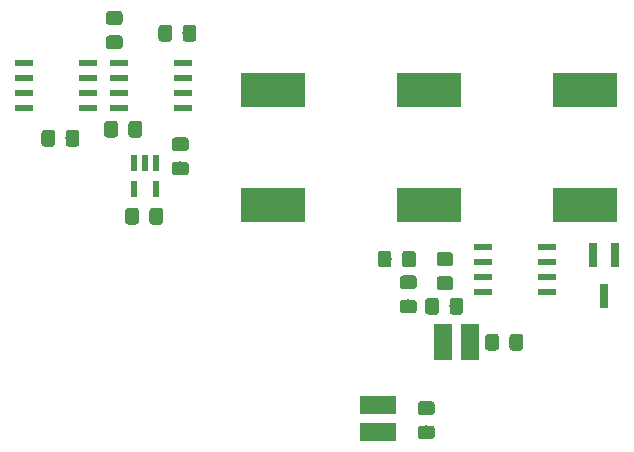
<source format=gbr>
G04 #@! TF.GenerationSoftware,KiCad,Pcbnew,5.0.1*
G04 #@! TF.CreationDate,2019-02-21T21:56:02-06:00*
G04 #@! TF.ProjectId,PowerRDP,506F7765725244502E6B696361645F70,2*
G04 #@! TF.SameCoordinates,Original*
G04 #@! TF.FileFunction,Paste,Bot*
G04 #@! TF.FilePolarity,Positive*
%FSLAX46Y46*%
G04 Gerber Fmt 4.6, Leading zero omitted, Abs format (unit mm)*
G04 Created by KiCad (PCBNEW 5.0.1) date Thu 21 Feb 2019 09:56:02 PM CST*
%MOMM*%
%LPD*%
G01*
G04 APERTURE LIST*
%ADD10C,0.100000*%
%ADD11C,1.150000*%
%ADD12R,1.520000X3.050000*%
%ADD13R,3.050000X1.520000*%
%ADD14R,0.650000X2.000000*%
%ADD15R,1.550000X0.600000*%
%ADD16R,5.400000X2.900000*%
%ADD17R,0.558800X1.473200*%
G04 APERTURE END LIST*
D10*
G04 #@! TO.C,C1*
G36*
X127839505Y-81597204D02*
X127863773Y-81600804D01*
X127887572Y-81606765D01*
X127910671Y-81615030D01*
X127932850Y-81625520D01*
X127953893Y-81638132D01*
X127973599Y-81652747D01*
X127991777Y-81669223D01*
X128008253Y-81687401D01*
X128022868Y-81707107D01*
X128035480Y-81728150D01*
X128045970Y-81750329D01*
X128054235Y-81773428D01*
X128060196Y-81797227D01*
X128063796Y-81821495D01*
X128065000Y-81845999D01*
X128065000Y-82746001D01*
X128063796Y-82770505D01*
X128060196Y-82794773D01*
X128054235Y-82818572D01*
X128045970Y-82841671D01*
X128035480Y-82863850D01*
X128022868Y-82884893D01*
X128008253Y-82904599D01*
X127991777Y-82922777D01*
X127973599Y-82939253D01*
X127953893Y-82953868D01*
X127932850Y-82966480D01*
X127910671Y-82976970D01*
X127887572Y-82985235D01*
X127863773Y-82991196D01*
X127839505Y-82994796D01*
X127815001Y-82996000D01*
X127164999Y-82996000D01*
X127140495Y-82994796D01*
X127116227Y-82991196D01*
X127092428Y-82985235D01*
X127069329Y-82976970D01*
X127047150Y-82966480D01*
X127026107Y-82953868D01*
X127006401Y-82939253D01*
X126988223Y-82922777D01*
X126971747Y-82904599D01*
X126957132Y-82884893D01*
X126944520Y-82863850D01*
X126934030Y-82841671D01*
X126925765Y-82818572D01*
X126919804Y-82794773D01*
X126916204Y-82770505D01*
X126915000Y-82746001D01*
X126915000Y-81845999D01*
X126916204Y-81821495D01*
X126919804Y-81797227D01*
X126925765Y-81773428D01*
X126934030Y-81750329D01*
X126944520Y-81728150D01*
X126957132Y-81707107D01*
X126971747Y-81687401D01*
X126988223Y-81669223D01*
X127006401Y-81652747D01*
X127026107Y-81638132D01*
X127047150Y-81625520D01*
X127069329Y-81615030D01*
X127092428Y-81606765D01*
X127116227Y-81600804D01*
X127140495Y-81597204D01*
X127164999Y-81596000D01*
X127815001Y-81596000D01*
X127839505Y-81597204D01*
X127839505Y-81597204D01*
G37*
D11*
X127490000Y-82296000D03*
D10*
G36*
X129889505Y-81597204D02*
X129913773Y-81600804D01*
X129937572Y-81606765D01*
X129960671Y-81615030D01*
X129982850Y-81625520D01*
X130003893Y-81638132D01*
X130023599Y-81652747D01*
X130041777Y-81669223D01*
X130058253Y-81687401D01*
X130072868Y-81707107D01*
X130085480Y-81728150D01*
X130095970Y-81750329D01*
X130104235Y-81773428D01*
X130110196Y-81797227D01*
X130113796Y-81821495D01*
X130115000Y-81845999D01*
X130115000Y-82746001D01*
X130113796Y-82770505D01*
X130110196Y-82794773D01*
X130104235Y-82818572D01*
X130095970Y-82841671D01*
X130085480Y-82863850D01*
X130072868Y-82884893D01*
X130058253Y-82904599D01*
X130041777Y-82922777D01*
X130023599Y-82939253D01*
X130003893Y-82953868D01*
X129982850Y-82966480D01*
X129960671Y-82976970D01*
X129937572Y-82985235D01*
X129913773Y-82991196D01*
X129889505Y-82994796D01*
X129865001Y-82996000D01*
X129214999Y-82996000D01*
X129190495Y-82994796D01*
X129166227Y-82991196D01*
X129142428Y-82985235D01*
X129119329Y-82976970D01*
X129097150Y-82966480D01*
X129076107Y-82953868D01*
X129056401Y-82939253D01*
X129038223Y-82922777D01*
X129021747Y-82904599D01*
X129007132Y-82884893D01*
X128994520Y-82863850D01*
X128984030Y-82841671D01*
X128975765Y-82818572D01*
X128969804Y-82794773D01*
X128966204Y-82770505D01*
X128965000Y-82746001D01*
X128965000Y-81845999D01*
X128966204Y-81821495D01*
X128969804Y-81797227D01*
X128975765Y-81773428D01*
X128984030Y-81750329D01*
X128994520Y-81728150D01*
X129007132Y-81707107D01*
X129021747Y-81687401D01*
X129038223Y-81669223D01*
X129056401Y-81652747D01*
X129076107Y-81638132D01*
X129097150Y-81625520D01*
X129119329Y-81615030D01*
X129142428Y-81606765D01*
X129166227Y-81600804D01*
X129190495Y-81597204D01*
X129214999Y-81596000D01*
X129865001Y-81596000D01*
X129889505Y-81597204D01*
X129889505Y-81597204D01*
G37*
D11*
X129540000Y-82296000D03*
G04 #@! TD*
D10*
G04 #@! TO.C,C2*
G36*
X122394505Y-89351204D02*
X122418773Y-89354804D01*
X122442572Y-89360765D01*
X122465671Y-89369030D01*
X122487850Y-89379520D01*
X122508893Y-89392132D01*
X122528599Y-89406747D01*
X122546777Y-89423223D01*
X122563253Y-89441401D01*
X122577868Y-89461107D01*
X122590480Y-89482150D01*
X122600970Y-89504329D01*
X122609235Y-89527428D01*
X122615196Y-89551227D01*
X122618796Y-89575495D01*
X122620000Y-89599999D01*
X122620000Y-90250001D01*
X122618796Y-90274505D01*
X122615196Y-90298773D01*
X122609235Y-90322572D01*
X122600970Y-90345671D01*
X122590480Y-90367850D01*
X122577868Y-90388893D01*
X122563253Y-90408599D01*
X122546777Y-90426777D01*
X122528599Y-90443253D01*
X122508893Y-90457868D01*
X122487850Y-90470480D01*
X122465671Y-90480970D01*
X122442572Y-90489235D01*
X122418773Y-90495196D01*
X122394505Y-90498796D01*
X122370001Y-90500000D01*
X121469999Y-90500000D01*
X121445495Y-90498796D01*
X121421227Y-90495196D01*
X121397428Y-90489235D01*
X121374329Y-90480970D01*
X121352150Y-90470480D01*
X121331107Y-90457868D01*
X121311401Y-90443253D01*
X121293223Y-90426777D01*
X121276747Y-90408599D01*
X121262132Y-90388893D01*
X121249520Y-90367850D01*
X121239030Y-90345671D01*
X121230765Y-90322572D01*
X121224804Y-90298773D01*
X121221204Y-90274505D01*
X121220000Y-90250001D01*
X121220000Y-89599999D01*
X121221204Y-89575495D01*
X121224804Y-89551227D01*
X121230765Y-89527428D01*
X121239030Y-89504329D01*
X121249520Y-89482150D01*
X121262132Y-89461107D01*
X121276747Y-89441401D01*
X121293223Y-89423223D01*
X121311401Y-89406747D01*
X121331107Y-89392132D01*
X121352150Y-89379520D01*
X121374329Y-89369030D01*
X121397428Y-89360765D01*
X121421227Y-89354804D01*
X121445495Y-89351204D01*
X121469999Y-89350000D01*
X122370001Y-89350000D01*
X122394505Y-89351204D01*
X122394505Y-89351204D01*
G37*
D11*
X121920000Y-89925000D03*
D10*
G36*
X122394505Y-87301204D02*
X122418773Y-87304804D01*
X122442572Y-87310765D01*
X122465671Y-87319030D01*
X122487850Y-87329520D01*
X122508893Y-87342132D01*
X122528599Y-87356747D01*
X122546777Y-87373223D01*
X122563253Y-87391401D01*
X122577868Y-87411107D01*
X122590480Y-87432150D01*
X122600970Y-87454329D01*
X122609235Y-87477428D01*
X122615196Y-87501227D01*
X122618796Y-87525495D01*
X122620000Y-87549999D01*
X122620000Y-88200001D01*
X122618796Y-88224505D01*
X122615196Y-88248773D01*
X122609235Y-88272572D01*
X122600970Y-88295671D01*
X122590480Y-88317850D01*
X122577868Y-88338893D01*
X122563253Y-88358599D01*
X122546777Y-88376777D01*
X122528599Y-88393253D01*
X122508893Y-88407868D01*
X122487850Y-88420480D01*
X122465671Y-88430970D01*
X122442572Y-88439235D01*
X122418773Y-88445196D01*
X122394505Y-88448796D01*
X122370001Y-88450000D01*
X121469999Y-88450000D01*
X121445495Y-88448796D01*
X121421227Y-88445196D01*
X121397428Y-88439235D01*
X121374329Y-88430970D01*
X121352150Y-88420480D01*
X121331107Y-88407868D01*
X121311401Y-88393253D01*
X121293223Y-88376777D01*
X121276747Y-88358599D01*
X121262132Y-88338893D01*
X121249520Y-88317850D01*
X121239030Y-88295671D01*
X121230765Y-88272572D01*
X121224804Y-88248773D01*
X121221204Y-88224505D01*
X121220000Y-88200001D01*
X121220000Y-87549999D01*
X121221204Y-87525495D01*
X121224804Y-87501227D01*
X121230765Y-87477428D01*
X121239030Y-87454329D01*
X121249520Y-87432150D01*
X121262132Y-87411107D01*
X121276747Y-87391401D01*
X121293223Y-87373223D01*
X121311401Y-87356747D01*
X121331107Y-87342132D01*
X121352150Y-87329520D01*
X121374329Y-87319030D01*
X121397428Y-87310765D01*
X121421227Y-87304804D01*
X121445495Y-87301204D01*
X121469999Y-87300000D01*
X122370001Y-87300000D01*
X122394505Y-87301204D01*
X122394505Y-87301204D01*
G37*
D11*
X121920000Y-87875000D03*
G04 #@! TD*
D10*
G04 #@! TO.C,C9*
G36*
X122768505Y-78549204D02*
X122792773Y-78552804D01*
X122816572Y-78558765D01*
X122839671Y-78567030D01*
X122861850Y-78577520D01*
X122882893Y-78590132D01*
X122902599Y-78604747D01*
X122920777Y-78621223D01*
X122937253Y-78639401D01*
X122951868Y-78659107D01*
X122964480Y-78680150D01*
X122974970Y-78702329D01*
X122983235Y-78725428D01*
X122989196Y-78749227D01*
X122992796Y-78773495D01*
X122994000Y-78797999D01*
X122994000Y-79698001D01*
X122992796Y-79722505D01*
X122989196Y-79746773D01*
X122983235Y-79770572D01*
X122974970Y-79793671D01*
X122964480Y-79815850D01*
X122951868Y-79836893D01*
X122937253Y-79856599D01*
X122920777Y-79874777D01*
X122902599Y-79891253D01*
X122882893Y-79905868D01*
X122861850Y-79918480D01*
X122839671Y-79928970D01*
X122816572Y-79937235D01*
X122792773Y-79943196D01*
X122768505Y-79946796D01*
X122744001Y-79948000D01*
X122093999Y-79948000D01*
X122069495Y-79946796D01*
X122045227Y-79943196D01*
X122021428Y-79937235D01*
X121998329Y-79928970D01*
X121976150Y-79918480D01*
X121955107Y-79905868D01*
X121935401Y-79891253D01*
X121917223Y-79874777D01*
X121900747Y-79856599D01*
X121886132Y-79836893D01*
X121873520Y-79815850D01*
X121863030Y-79793671D01*
X121854765Y-79770572D01*
X121848804Y-79746773D01*
X121845204Y-79722505D01*
X121844000Y-79698001D01*
X121844000Y-78797999D01*
X121845204Y-78773495D01*
X121848804Y-78749227D01*
X121854765Y-78725428D01*
X121863030Y-78702329D01*
X121873520Y-78680150D01*
X121886132Y-78659107D01*
X121900747Y-78639401D01*
X121917223Y-78621223D01*
X121935401Y-78604747D01*
X121955107Y-78590132D01*
X121976150Y-78577520D01*
X121998329Y-78567030D01*
X122021428Y-78558765D01*
X122045227Y-78552804D01*
X122069495Y-78549204D01*
X122093999Y-78548000D01*
X122744001Y-78548000D01*
X122768505Y-78549204D01*
X122768505Y-78549204D01*
G37*
D11*
X122419000Y-79248000D03*
D10*
G36*
X124818505Y-78549204D02*
X124842773Y-78552804D01*
X124866572Y-78558765D01*
X124889671Y-78567030D01*
X124911850Y-78577520D01*
X124932893Y-78590132D01*
X124952599Y-78604747D01*
X124970777Y-78621223D01*
X124987253Y-78639401D01*
X125001868Y-78659107D01*
X125014480Y-78680150D01*
X125024970Y-78702329D01*
X125033235Y-78725428D01*
X125039196Y-78749227D01*
X125042796Y-78773495D01*
X125044000Y-78797999D01*
X125044000Y-79698001D01*
X125042796Y-79722505D01*
X125039196Y-79746773D01*
X125033235Y-79770572D01*
X125024970Y-79793671D01*
X125014480Y-79815850D01*
X125001868Y-79836893D01*
X124987253Y-79856599D01*
X124970777Y-79874777D01*
X124952599Y-79891253D01*
X124932893Y-79905868D01*
X124911850Y-79918480D01*
X124889671Y-79928970D01*
X124866572Y-79937235D01*
X124842773Y-79943196D01*
X124818505Y-79946796D01*
X124794001Y-79948000D01*
X124143999Y-79948000D01*
X124119495Y-79946796D01*
X124095227Y-79943196D01*
X124071428Y-79937235D01*
X124048329Y-79928970D01*
X124026150Y-79918480D01*
X124005107Y-79905868D01*
X123985401Y-79891253D01*
X123967223Y-79874777D01*
X123950747Y-79856599D01*
X123936132Y-79836893D01*
X123923520Y-79815850D01*
X123913030Y-79793671D01*
X123904765Y-79770572D01*
X123898804Y-79746773D01*
X123895204Y-79722505D01*
X123894000Y-79698001D01*
X123894000Y-78797999D01*
X123895204Y-78773495D01*
X123898804Y-78749227D01*
X123904765Y-78725428D01*
X123913030Y-78702329D01*
X123923520Y-78680150D01*
X123936132Y-78659107D01*
X123950747Y-78639401D01*
X123967223Y-78621223D01*
X123985401Y-78604747D01*
X124005107Y-78590132D01*
X124026150Y-78577520D01*
X124048329Y-78567030D01*
X124071428Y-78558765D01*
X124095227Y-78552804D01*
X124119495Y-78549204D01*
X124143999Y-78548000D01*
X124794001Y-78548000D01*
X124818505Y-78549204D01*
X124818505Y-78549204D01*
G37*
D11*
X124469000Y-79248000D03*
G04 #@! TD*
D10*
G04 #@! TO.C,C10*
G36*
X120870505Y-78692204D02*
X120894773Y-78695804D01*
X120918572Y-78701765D01*
X120941671Y-78710030D01*
X120963850Y-78720520D01*
X120984893Y-78733132D01*
X121004599Y-78747747D01*
X121022777Y-78764223D01*
X121039253Y-78782401D01*
X121053868Y-78802107D01*
X121066480Y-78823150D01*
X121076970Y-78845329D01*
X121085235Y-78868428D01*
X121091196Y-78892227D01*
X121094796Y-78916495D01*
X121096000Y-78940999D01*
X121096000Y-79591001D01*
X121094796Y-79615505D01*
X121091196Y-79639773D01*
X121085235Y-79663572D01*
X121076970Y-79686671D01*
X121066480Y-79708850D01*
X121053868Y-79729893D01*
X121039253Y-79749599D01*
X121022777Y-79767777D01*
X121004599Y-79784253D01*
X120984893Y-79798868D01*
X120963850Y-79811480D01*
X120941671Y-79821970D01*
X120918572Y-79830235D01*
X120894773Y-79836196D01*
X120870505Y-79839796D01*
X120846001Y-79841000D01*
X119945999Y-79841000D01*
X119921495Y-79839796D01*
X119897227Y-79836196D01*
X119873428Y-79830235D01*
X119850329Y-79821970D01*
X119828150Y-79811480D01*
X119807107Y-79798868D01*
X119787401Y-79784253D01*
X119769223Y-79767777D01*
X119752747Y-79749599D01*
X119738132Y-79729893D01*
X119725520Y-79708850D01*
X119715030Y-79686671D01*
X119706765Y-79663572D01*
X119700804Y-79639773D01*
X119697204Y-79615505D01*
X119696000Y-79591001D01*
X119696000Y-78940999D01*
X119697204Y-78916495D01*
X119700804Y-78892227D01*
X119706765Y-78868428D01*
X119715030Y-78845329D01*
X119725520Y-78823150D01*
X119738132Y-78802107D01*
X119752747Y-78782401D01*
X119769223Y-78764223D01*
X119787401Y-78747747D01*
X119807107Y-78733132D01*
X119828150Y-78720520D01*
X119850329Y-78710030D01*
X119873428Y-78701765D01*
X119897227Y-78695804D01*
X119921495Y-78692204D01*
X119945999Y-78691000D01*
X120846001Y-78691000D01*
X120870505Y-78692204D01*
X120870505Y-78692204D01*
G37*
D11*
X120396000Y-79266000D03*
D10*
G36*
X120870505Y-76642204D02*
X120894773Y-76645804D01*
X120918572Y-76651765D01*
X120941671Y-76660030D01*
X120963850Y-76670520D01*
X120984893Y-76683132D01*
X121004599Y-76697747D01*
X121022777Y-76714223D01*
X121039253Y-76732401D01*
X121053868Y-76752107D01*
X121066480Y-76773150D01*
X121076970Y-76795329D01*
X121085235Y-76818428D01*
X121091196Y-76842227D01*
X121094796Y-76866495D01*
X121096000Y-76890999D01*
X121096000Y-77541001D01*
X121094796Y-77565505D01*
X121091196Y-77589773D01*
X121085235Y-77613572D01*
X121076970Y-77636671D01*
X121066480Y-77658850D01*
X121053868Y-77679893D01*
X121039253Y-77699599D01*
X121022777Y-77717777D01*
X121004599Y-77734253D01*
X120984893Y-77748868D01*
X120963850Y-77761480D01*
X120941671Y-77771970D01*
X120918572Y-77780235D01*
X120894773Y-77786196D01*
X120870505Y-77789796D01*
X120846001Y-77791000D01*
X119945999Y-77791000D01*
X119921495Y-77789796D01*
X119897227Y-77786196D01*
X119873428Y-77780235D01*
X119850329Y-77771970D01*
X119828150Y-77761480D01*
X119807107Y-77748868D01*
X119787401Y-77734253D01*
X119769223Y-77717777D01*
X119752747Y-77699599D01*
X119738132Y-77679893D01*
X119725520Y-77658850D01*
X119715030Y-77636671D01*
X119706765Y-77613572D01*
X119700804Y-77589773D01*
X119697204Y-77565505D01*
X119696000Y-77541001D01*
X119696000Y-76890999D01*
X119697204Y-76866495D01*
X119700804Y-76842227D01*
X119706765Y-76818428D01*
X119715030Y-76795329D01*
X119725520Y-76773150D01*
X119738132Y-76752107D01*
X119752747Y-76732401D01*
X119769223Y-76714223D01*
X119787401Y-76697747D01*
X119807107Y-76683132D01*
X119828150Y-76670520D01*
X119850329Y-76660030D01*
X119873428Y-76651765D01*
X119897227Y-76645804D01*
X119921495Y-76642204D01*
X119945999Y-76641000D01*
X120846001Y-76641000D01*
X120870505Y-76642204D01*
X120870505Y-76642204D01*
G37*
D11*
X120396000Y-77216000D03*
G04 #@! TD*
D12*
G04 #@! TO.C,L1*
X125605000Y-82296000D03*
X123315000Y-82296000D03*
G04 #@! TD*
D13*
G04 #@! TO.C,L2*
X117856000Y-87626000D03*
X117856000Y-89916000D03*
G04 #@! TD*
D14*
G04 #@! TO.C,Q1*
X136022000Y-74930000D03*
X137922000Y-74930000D03*
X136972000Y-78350000D03*
G04 #@! TD*
D10*
G04 #@! TO.C,R1*
G36*
X123971953Y-74674523D02*
X123996221Y-74678123D01*
X124020020Y-74684084D01*
X124043119Y-74692349D01*
X124065298Y-74702839D01*
X124086341Y-74715451D01*
X124106047Y-74730066D01*
X124124225Y-74746542D01*
X124140701Y-74764720D01*
X124155316Y-74784426D01*
X124167928Y-74805469D01*
X124178418Y-74827648D01*
X124186683Y-74850747D01*
X124192644Y-74874546D01*
X124196244Y-74898814D01*
X124197448Y-74923318D01*
X124197448Y-75573320D01*
X124196244Y-75597824D01*
X124192644Y-75622092D01*
X124186683Y-75645891D01*
X124178418Y-75668990D01*
X124167928Y-75691169D01*
X124155316Y-75712212D01*
X124140701Y-75731918D01*
X124124225Y-75750096D01*
X124106047Y-75766572D01*
X124086341Y-75781187D01*
X124065298Y-75793799D01*
X124043119Y-75804289D01*
X124020020Y-75812554D01*
X123996221Y-75818515D01*
X123971953Y-75822115D01*
X123947449Y-75823319D01*
X123047447Y-75823319D01*
X123022943Y-75822115D01*
X122998675Y-75818515D01*
X122974876Y-75812554D01*
X122951777Y-75804289D01*
X122929598Y-75793799D01*
X122908555Y-75781187D01*
X122888849Y-75766572D01*
X122870671Y-75750096D01*
X122854195Y-75731918D01*
X122839580Y-75712212D01*
X122826968Y-75691169D01*
X122816478Y-75668990D01*
X122808213Y-75645891D01*
X122802252Y-75622092D01*
X122798652Y-75597824D01*
X122797448Y-75573320D01*
X122797448Y-74923318D01*
X122798652Y-74898814D01*
X122802252Y-74874546D01*
X122808213Y-74850747D01*
X122816478Y-74827648D01*
X122826968Y-74805469D01*
X122839580Y-74784426D01*
X122854195Y-74764720D01*
X122870671Y-74746542D01*
X122888849Y-74730066D01*
X122908555Y-74715451D01*
X122929598Y-74702839D01*
X122951777Y-74692349D01*
X122974876Y-74684084D01*
X122998675Y-74678123D01*
X123022943Y-74674523D01*
X123047447Y-74673319D01*
X123947449Y-74673319D01*
X123971953Y-74674523D01*
X123971953Y-74674523D01*
G37*
D11*
X123497448Y-75248319D03*
D10*
G36*
X123971953Y-76724523D02*
X123996221Y-76728123D01*
X124020020Y-76734084D01*
X124043119Y-76742349D01*
X124065298Y-76752839D01*
X124086341Y-76765451D01*
X124106047Y-76780066D01*
X124124225Y-76796542D01*
X124140701Y-76814720D01*
X124155316Y-76834426D01*
X124167928Y-76855469D01*
X124178418Y-76877648D01*
X124186683Y-76900747D01*
X124192644Y-76924546D01*
X124196244Y-76948814D01*
X124197448Y-76973318D01*
X124197448Y-77623320D01*
X124196244Y-77647824D01*
X124192644Y-77672092D01*
X124186683Y-77695891D01*
X124178418Y-77718990D01*
X124167928Y-77741169D01*
X124155316Y-77762212D01*
X124140701Y-77781918D01*
X124124225Y-77800096D01*
X124106047Y-77816572D01*
X124086341Y-77831187D01*
X124065298Y-77843799D01*
X124043119Y-77854289D01*
X124020020Y-77862554D01*
X123996221Y-77868515D01*
X123971953Y-77872115D01*
X123947449Y-77873319D01*
X123047447Y-77873319D01*
X123022943Y-77872115D01*
X122998675Y-77868515D01*
X122974876Y-77862554D01*
X122951777Y-77854289D01*
X122929598Y-77843799D01*
X122908555Y-77831187D01*
X122888849Y-77816572D01*
X122870671Y-77800096D01*
X122854195Y-77781918D01*
X122839580Y-77762212D01*
X122826968Y-77741169D01*
X122816478Y-77718990D01*
X122808213Y-77695891D01*
X122802252Y-77672092D01*
X122798652Y-77647824D01*
X122797448Y-77623320D01*
X122797448Y-76973318D01*
X122798652Y-76948814D01*
X122802252Y-76924546D01*
X122808213Y-76900747D01*
X122816478Y-76877648D01*
X122826968Y-76855469D01*
X122839580Y-76834426D01*
X122854195Y-76814720D01*
X122870671Y-76796542D01*
X122888849Y-76780066D01*
X122908555Y-76765451D01*
X122929598Y-76752839D01*
X122951777Y-76742349D01*
X122974876Y-76734084D01*
X122998675Y-76728123D01*
X123022943Y-76724523D01*
X123047447Y-76723319D01*
X123947449Y-76723319D01*
X123971953Y-76724523D01*
X123971953Y-76724523D01*
G37*
D11*
X123497448Y-77298319D03*
G04 #@! TD*
D10*
G04 #@! TO.C,R2*
G36*
X120798953Y-74567523D02*
X120823221Y-74571123D01*
X120847020Y-74577084D01*
X120870119Y-74585349D01*
X120892298Y-74595839D01*
X120913341Y-74608451D01*
X120933047Y-74623066D01*
X120951225Y-74639542D01*
X120967701Y-74657720D01*
X120982316Y-74677426D01*
X120994928Y-74698469D01*
X121005418Y-74720648D01*
X121013683Y-74743747D01*
X121019644Y-74767546D01*
X121023244Y-74791814D01*
X121024448Y-74816318D01*
X121024448Y-75716320D01*
X121023244Y-75740824D01*
X121019644Y-75765092D01*
X121013683Y-75788891D01*
X121005418Y-75811990D01*
X120994928Y-75834169D01*
X120982316Y-75855212D01*
X120967701Y-75874918D01*
X120951225Y-75893096D01*
X120933047Y-75909572D01*
X120913341Y-75924187D01*
X120892298Y-75936799D01*
X120870119Y-75947289D01*
X120847020Y-75955554D01*
X120823221Y-75961515D01*
X120798953Y-75965115D01*
X120774449Y-75966319D01*
X120124447Y-75966319D01*
X120099943Y-75965115D01*
X120075675Y-75961515D01*
X120051876Y-75955554D01*
X120028777Y-75947289D01*
X120006598Y-75936799D01*
X119985555Y-75924187D01*
X119965849Y-75909572D01*
X119947671Y-75893096D01*
X119931195Y-75874918D01*
X119916580Y-75855212D01*
X119903968Y-75834169D01*
X119893478Y-75811990D01*
X119885213Y-75788891D01*
X119879252Y-75765092D01*
X119875652Y-75740824D01*
X119874448Y-75716320D01*
X119874448Y-74816318D01*
X119875652Y-74791814D01*
X119879252Y-74767546D01*
X119885213Y-74743747D01*
X119893478Y-74720648D01*
X119903968Y-74698469D01*
X119916580Y-74677426D01*
X119931195Y-74657720D01*
X119947671Y-74639542D01*
X119965849Y-74623066D01*
X119985555Y-74608451D01*
X120006598Y-74595839D01*
X120028777Y-74585349D01*
X120051876Y-74577084D01*
X120075675Y-74571123D01*
X120099943Y-74567523D01*
X120124447Y-74566319D01*
X120774449Y-74566319D01*
X120798953Y-74567523D01*
X120798953Y-74567523D01*
G37*
D11*
X120449448Y-75266319D03*
D10*
G36*
X118748953Y-74567523D02*
X118773221Y-74571123D01*
X118797020Y-74577084D01*
X118820119Y-74585349D01*
X118842298Y-74595839D01*
X118863341Y-74608451D01*
X118883047Y-74623066D01*
X118901225Y-74639542D01*
X118917701Y-74657720D01*
X118932316Y-74677426D01*
X118944928Y-74698469D01*
X118955418Y-74720648D01*
X118963683Y-74743747D01*
X118969644Y-74767546D01*
X118973244Y-74791814D01*
X118974448Y-74816318D01*
X118974448Y-75716320D01*
X118973244Y-75740824D01*
X118969644Y-75765092D01*
X118963683Y-75788891D01*
X118955418Y-75811990D01*
X118944928Y-75834169D01*
X118932316Y-75855212D01*
X118917701Y-75874918D01*
X118901225Y-75893096D01*
X118883047Y-75909572D01*
X118863341Y-75924187D01*
X118842298Y-75936799D01*
X118820119Y-75947289D01*
X118797020Y-75955554D01*
X118773221Y-75961515D01*
X118748953Y-75965115D01*
X118724449Y-75966319D01*
X118074447Y-75966319D01*
X118049943Y-75965115D01*
X118025675Y-75961515D01*
X118001876Y-75955554D01*
X117978777Y-75947289D01*
X117956598Y-75936799D01*
X117935555Y-75924187D01*
X117915849Y-75909572D01*
X117897671Y-75893096D01*
X117881195Y-75874918D01*
X117866580Y-75855212D01*
X117853968Y-75834169D01*
X117843478Y-75811990D01*
X117835213Y-75788891D01*
X117829252Y-75765092D01*
X117825652Y-75740824D01*
X117824448Y-75716320D01*
X117824448Y-74816318D01*
X117825652Y-74791814D01*
X117829252Y-74767546D01*
X117835213Y-74743747D01*
X117843478Y-74720648D01*
X117853968Y-74698469D01*
X117866580Y-74677426D01*
X117881195Y-74657720D01*
X117897671Y-74639542D01*
X117915849Y-74623066D01*
X117935555Y-74608451D01*
X117956598Y-74595839D01*
X117978777Y-74585349D01*
X118001876Y-74577084D01*
X118025675Y-74571123D01*
X118049943Y-74567523D01*
X118074447Y-74566319D01*
X118724449Y-74566319D01*
X118748953Y-74567523D01*
X118748953Y-74567523D01*
G37*
D11*
X118399448Y-75266319D03*
G04 #@! TD*
D15*
G04 #@! TO.C,U5*
X132133448Y-74250319D03*
X132133448Y-75520319D03*
X132133448Y-76790319D03*
X132133448Y-78060319D03*
X126733448Y-78060319D03*
X126733448Y-76790319D03*
X126733448Y-75520319D03*
X126733448Y-74250319D03*
G04 #@! TD*
D16*
G04 #@! TO.C,L3*
X108966000Y-60960000D03*
X108966000Y-70660000D03*
G04 #@! TD*
G04 #@! TO.C,L4*
X122174000Y-70660000D03*
X122174000Y-60960000D03*
G04 #@! TD*
G04 #@! TO.C,L5*
X135382000Y-60960000D03*
X135382000Y-70660000D03*
G04 #@! TD*
D10*
G04 #@! TO.C,R4*
G36*
X95978505Y-54272204D02*
X96002773Y-54275804D01*
X96026572Y-54281765D01*
X96049671Y-54290030D01*
X96071850Y-54300520D01*
X96092893Y-54313132D01*
X96112599Y-54327747D01*
X96130777Y-54344223D01*
X96147253Y-54362401D01*
X96161868Y-54382107D01*
X96174480Y-54403150D01*
X96184970Y-54425329D01*
X96193235Y-54448428D01*
X96199196Y-54472227D01*
X96202796Y-54496495D01*
X96204000Y-54520999D01*
X96204000Y-55171001D01*
X96202796Y-55195505D01*
X96199196Y-55219773D01*
X96193235Y-55243572D01*
X96184970Y-55266671D01*
X96174480Y-55288850D01*
X96161868Y-55309893D01*
X96147253Y-55329599D01*
X96130777Y-55347777D01*
X96112599Y-55364253D01*
X96092893Y-55378868D01*
X96071850Y-55391480D01*
X96049671Y-55401970D01*
X96026572Y-55410235D01*
X96002773Y-55416196D01*
X95978505Y-55419796D01*
X95954001Y-55421000D01*
X95053999Y-55421000D01*
X95029495Y-55419796D01*
X95005227Y-55416196D01*
X94981428Y-55410235D01*
X94958329Y-55401970D01*
X94936150Y-55391480D01*
X94915107Y-55378868D01*
X94895401Y-55364253D01*
X94877223Y-55347777D01*
X94860747Y-55329599D01*
X94846132Y-55309893D01*
X94833520Y-55288850D01*
X94823030Y-55266671D01*
X94814765Y-55243572D01*
X94808804Y-55219773D01*
X94805204Y-55195505D01*
X94804000Y-55171001D01*
X94804000Y-54520999D01*
X94805204Y-54496495D01*
X94808804Y-54472227D01*
X94814765Y-54448428D01*
X94823030Y-54425329D01*
X94833520Y-54403150D01*
X94846132Y-54382107D01*
X94860747Y-54362401D01*
X94877223Y-54344223D01*
X94895401Y-54327747D01*
X94915107Y-54313132D01*
X94936150Y-54300520D01*
X94958329Y-54290030D01*
X94981428Y-54281765D01*
X95005227Y-54275804D01*
X95029495Y-54272204D01*
X95053999Y-54271000D01*
X95954001Y-54271000D01*
X95978505Y-54272204D01*
X95978505Y-54272204D01*
G37*
D11*
X95504000Y-54846000D03*
D10*
G36*
X95978505Y-56322204D02*
X96002773Y-56325804D01*
X96026572Y-56331765D01*
X96049671Y-56340030D01*
X96071850Y-56350520D01*
X96092893Y-56363132D01*
X96112599Y-56377747D01*
X96130777Y-56394223D01*
X96147253Y-56412401D01*
X96161868Y-56432107D01*
X96174480Y-56453150D01*
X96184970Y-56475329D01*
X96193235Y-56498428D01*
X96199196Y-56522227D01*
X96202796Y-56546495D01*
X96204000Y-56570999D01*
X96204000Y-57221001D01*
X96202796Y-57245505D01*
X96199196Y-57269773D01*
X96193235Y-57293572D01*
X96184970Y-57316671D01*
X96174480Y-57338850D01*
X96161868Y-57359893D01*
X96147253Y-57379599D01*
X96130777Y-57397777D01*
X96112599Y-57414253D01*
X96092893Y-57428868D01*
X96071850Y-57441480D01*
X96049671Y-57451970D01*
X96026572Y-57460235D01*
X96002773Y-57466196D01*
X95978505Y-57469796D01*
X95954001Y-57471000D01*
X95053999Y-57471000D01*
X95029495Y-57469796D01*
X95005227Y-57466196D01*
X94981428Y-57460235D01*
X94958329Y-57451970D01*
X94936150Y-57441480D01*
X94915107Y-57428868D01*
X94895401Y-57414253D01*
X94877223Y-57397777D01*
X94860747Y-57379599D01*
X94846132Y-57359893D01*
X94833520Y-57338850D01*
X94823030Y-57316671D01*
X94814765Y-57293572D01*
X94808804Y-57269773D01*
X94805204Y-57245505D01*
X94804000Y-57221001D01*
X94804000Y-56570999D01*
X94805204Y-56546495D01*
X94808804Y-56522227D01*
X94814765Y-56498428D01*
X94823030Y-56475329D01*
X94833520Y-56453150D01*
X94846132Y-56432107D01*
X94860747Y-56412401D01*
X94877223Y-56394223D01*
X94895401Y-56377747D01*
X94915107Y-56363132D01*
X94936150Y-56350520D01*
X94958329Y-56340030D01*
X94981428Y-56331765D01*
X95005227Y-56325804D01*
X95029495Y-56322204D01*
X95053999Y-56321000D01*
X95954001Y-56321000D01*
X95978505Y-56322204D01*
X95978505Y-56322204D01*
G37*
D11*
X95504000Y-56896000D03*
G04 #@! TD*
D10*
G04 #@! TO.C,R5*
G36*
X95581505Y-63563204D02*
X95605773Y-63566804D01*
X95629572Y-63572765D01*
X95652671Y-63581030D01*
X95674850Y-63591520D01*
X95695893Y-63604132D01*
X95715599Y-63618747D01*
X95733777Y-63635223D01*
X95750253Y-63653401D01*
X95764868Y-63673107D01*
X95777480Y-63694150D01*
X95787970Y-63716329D01*
X95796235Y-63739428D01*
X95802196Y-63763227D01*
X95805796Y-63787495D01*
X95807000Y-63811999D01*
X95807000Y-64712001D01*
X95805796Y-64736505D01*
X95802196Y-64760773D01*
X95796235Y-64784572D01*
X95787970Y-64807671D01*
X95777480Y-64829850D01*
X95764868Y-64850893D01*
X95750253Y-64870599D01*
X95733777Y-64888777D01*
X95715599Y-64905253D01*
X95695893Y-64919868D01*
X95674850Y-64932480D01*
X95652671Y-64942970D01*
X95629572Y-64951235D01*
X95605773Y-64957196D01*
X95581505Y-64960796D01*
X95557001Y-64962000D01*
X94906999Y-64962000D01*
X94882495Y-64960796D01*
X94858227Y-64957196D01*
X94834428Y-64951235D01*
X94811329Y-64942970D01*
X94789150Y-64932480D01*
X94768107Y-64919868D01*
X94748401Y-64905253D01*
X94730223Y-64888777D01*
X94713747Y-64870599D01*
X94699132Y-64850893D01*
X94686520Y-64829850D01*
X94676030Y-64807671D01*
X94667765Y-64784572D01*
X94661804Y-64760773D01*
X94658204Y-64736505D01*
X94657000Y-64712001D01*
X94657000Y-63811999D01*
X94658204Y-63787495D01*
X94661804Y-63763227D01*
X94667765Y-63739428D01*
X94676030Y-63716329D01*
X94686520Y-63694150D01*
X94699132Y-63673107D01*
X94713747Y-63653401D01*
X94730223Y-63635223D01*
X94748401Y-63618747D01*
X94768107Y-63604132D01*
X94789150Y-63591520D01*
X94811329Y-63581030D01*
X94834428Y-63572765D01*
X94858227Y-63566804D01*
X94882495Y-63563204D01*
X94906999Y-63562000D01*
X95557001Y-63562000D01*
X95581505Y-63563204D01*
X95581505Y-63563204D01*
G37*
D11*
X95232000Y-64262000D03*
D10*
G36*
X97631505Y-63563204D02*
X97655773Y-63566804D01*
X97679572Y-63572765D01*
X97702671Y-63581030D01*
X97724850Y-63591520D01*
X97745893Y-63604132D01*
X97765599Y-63618747D01*
X97783777Y-63635223D01*
X97800253Y-63653401D01*
X97814868Y-63673107D01*
X97827480Y-63694150D01*
X97837970Y-63716329D01*
X97846235Y-63739428D01*
X97852196Y-63763227D01*
X97855796Y-63787495D01*
X97857000Y-63811999D01*
X97857000Y-64712001D01*
X97855796Y-64736505D01*
X97852196Y-64760773D01*
X97846235Y-64784572D01*
X97837970Y-64807671D01*
X97827480Y-64829850D01*
X97814868Y-64850893D01*
X97800253Y-64870599D01*
X97783777Y-64888777D01*
X97765599Y-64905253D01*
X97745893Y-64919868D01*
X97724850Y-64932480D01*
X97702671Y-64942970D01*
X97679572Y-64951235D01*
X97655773Y-64957196D01*
X97631505Y-64960796D01*
X97607001Y-64962000D01*
X96956999Y-64962000D01*
X96932495Y-64960796D01*
X96908227Y-64957196D01*
X96884428Y-64951235D01*
X96861329Y-64942970D01*
X96839150Y-64932480D01*
X96818107Y-64919868D01*
X96798401Y-64905253D01*
X96780223Y-64888777D01*
X96763747Y-64870599D01*
X96749132Y-64850893D01*
X96736520Y-64829850D01*
X96726030Y-64807671D01*
X96717765Y-64784572D01*
X96711804Y-64760773D01*
X96708204Y-64736505D01*
X96707000Y-64712001D01*
X96707000Y-63811999D01*
X96708204Y-63787495D01*
X96711804Y-63763227D01*
X96717765Y-63739428D01*
X96726030Y-63716329D01*
X96736520Y-63694150D01*
X96749132Y-63673107D01*
X96763747Y-63653401D01*
X96780223Y-63635223D01*
X96798401Y-63618747D01*
X96818107Y-63604132D01*
X96839150Y-63591520D01*
X96861329Y-63581030D01*
X96884428Y-63572765D01*
X96908227Y-63566804D01*
X96932495Y-63563204D01*
X96956999Y-63562000D01*
X97607001Y-63562000D01*
X97631505Y-63563204D01*
X97631505Y-63563204D01*
G37*
D11*
X97282000Y-64262000D03*
G04 #@! TD*
D10*
G04 #@! TO.C,R6*
G36*
X102221505Y-55435204D02*
X102245773Y-55438804D01*
X102269572Y-55444765D01*
X102292671Y-55453030D01*
X102314850Y-55463520D01*
X102335893Y-55476132D01*
X102355599Y-55490747D01*
X102373777Y-55507223D01*
X102390253Y-55525401D01*
X102404868Y-55545107D01*
X102417480Y-55566150D01*
X102427970Y-55588329D01*
X102436235Y-55611428D01*
X102442196Y-55635227D01*
X102445796Y-55659495D01*
X102447000Y-55683999D01*
X102447000Y-56584001D01*
X102445796Y-56608505D01*
X102442196Y-56632773D01*
X102436235Y-56656572D01*
X102427970Y-56679671D01*
X102417480Y-56701850D01*
X102404868Y-56722893D01*
X102390253Y-56742599D01*
X102373777Y-56760777D01*
X102355599Y-56777253D01*
X102335893Y-56791868D01*
X102314850Y-56804480D01*
X102292671Y-56814970D01*
X102269572Y-56823235D01*
X102245773Y-56829196D01*
X102221505Y-56832796D01*
X102197001Y-56834000D01*
X101546999Y-56834000D01*
X101522495Y-56832796D01*
X101498227Y-56829196D01*
X101474428Y-56823235D01*
X101451329Y-56814970D01*
X101429150Y-56804480D01*
X101408107Y-56791868D01*
X101388401Y-56777253D01*
X101370223Y-56760777D01*
X101353747Y-56742599D01*
X101339132Y-56722893D01*
X101326520Y-56701850D01*
X101316030Y-56679671D01*
X101307765Y-56656572D01*
X101301804Y-56632773D01*
X101298204Y-56608505D01*
X101297000Y-56584001D01*
X101297000Y-55683999D01*
X101298204Y-55659495D01*
X101301804Y-55635227D01*
X101307765Y-55611428D01*
X101316030Y-55588329D01*
X101326520Y-55566150D01*
X101339132Y-55545107D01*
X101353747Y-55525401D01*
X101370223Y-55507223D01*
X101388401Y-55490747D01*
X101408107Y-55476132D01*
X101429150Y-55463520D01*
X101451329Y-55453030D01*
X101474428Y-55444765D01*
X101498227Y-55438804D01*
X101522495Y-55435204D01*
X101546999Y-55434000D01*
X102197001Y-55434000D01*
X102221505Y-55435204D01*
X102221505Y-55435204D01*
G37*
D11*
X101872000Y-56134000D03*
D10*
G36*
X100171505Y-55435204D02*
X100195773Y-55438804D01*
X100219572Y-55444765D01*
X100242671Y-55453030D01*
X100264850Y-55463520D01*
X100285893Y-55476132D01*
X100305599Y-55490747D01*
X100323777Y-55507223D01*
X100340253Y-55525401D01*
X100354868Y-55545107D01*
X100367480Y-55566150D01*
X100377970Y-55588329D01*
X100386235Y-55611428D01*
X100392196Y-55635227D01*
X100395796Y-55659495D01*
X100397000Y-55683999D01*
X100397000Y-56584001D01*
X100395796Y-56608505D01*
X100392196Y-56632773D01*
X100386235Y-56656572D01*
X100377970Y-56679671D01*
X100367480Y-56701850D01*
X100354868Y-56722893D01*
X100340253Y-56742599D01*
X100323777Y-56760777D01*
X100305599Y-56777253D01*
X100285893Y-56791868D01*
X100264850Y-56804480D01*
X100242671Y-56814970D01*
X100219572Y-56823235D01*
X100195773Y-56829196D01*
X100171505Y-56832796D01*
X100147001Y-56834000D01*
X99496999Y-56834000D01*
X99472495Y-56832796D01*
X99448227Y-56829196D01*
X99424428Y-56823235D01*
X99401329Y-56814970D01*
X99379150Y-56804480D01*
X99358107Y-56791868D01*
X99338401Y-56777253D01*
X99320223Y-56760777D01*
X99303747Y-56742599D01*
X99289132Y-56722893D01*
X99276520Y-56701850D01*
X99266030Y-56679671D01*
X99257765Y-56656572D01*
X99251804Y-56632773D01*
X99248204Y-56608505D01*
X99247000Y-56584001D01*
X99247000Y-55683999D01*
X99248204Y-55659495D01*
X99251804Y-55635227D01*
X99257765Y-55611428D01*
X99266030Y-55588329D01*
X99276520Y-55566150D01*
X99289132Y-55545107D01*
X99303747Y-55525401D01*
X99320223Y-55507223D01*
X99338401Y-55490747D01*
X99358107Y-55476132D01*
X99379150Y-55463520D01*
X99401329Y-55453030D01*
X99424428Y-55444765D01*
X99448227Y-55438804D01*
X99472495Y-55435204D01*
X99496999Y-55434000D01*
X100147001Y-55434000D01*
X100171505Y-55435204D01*
X100171505Y-55435204D01*
G37*
D11*
X99822000Y-56134000D03*
G04 #@! TD*
D15*
G04 #@! TO.C,U6*
X87884000Y-58674000D03*
X87884000Y-59944000D03*
X87884000Y-61214000D03*
X87884000Y-62484000D03*
X93284000Y-62484000D03*
X93284000Y-61214000D03*
X93284000Y-59944000D03*
X93284000Y-58674000D03*
G04 #@! TD*
G04 #@! TO.C,U7*
X101346000Y-58674000D03*
X101346000Y-59944000D03*
X101346000Y-61214000D03*
X101346000Y-62484000D03*
X95946000Y-62484000D03*
X95946000Y-61214000D03*
X95946000Y-59944000D03*
X95946000Y-58674000D03*
G04 #@! TD*
D10*
G04 #@! TO.C,C11*
G36*
X92315505Y-64325204D02*
X92339773Y-64328804D01*
X92363572Y-64334765D01*
X92386671Y-64343030D01*
X92408850Y-64353520D01*
X92429893Y-64366132D01*
X92449599Y-64380747D01*
X92467777Y-64397223D01*
X92484253Y-64415401D01*
X92498868Y-64435107D01*
X92511480Y-64456150D01*
X92521970Y-64478329D01*
X92530235Y-64501428D01*
X92536196Y-64525227D01*
X92539796Y-64549495D01*
X92541000Y-64573999D01*
X92541000Y-65474001D01*
X92539796Y-65498505D01*
X92536196Y-65522773D01*
X92530235Y-65546572D01*
X92521970Y-65569671D01*
X92511480Y-65591850D01*
X92498868Y-65612893D01*
X92484253Y-65632599D01*
X92467777Y-65650777D01*
X92449599Y-65667253D01*
X92429893Y-65681868D01*
X92408850Y-65694480D01*
X92386671Y-65704970D01*
X92363572Y-65713235D01*
X92339773Y-65719196D01*
X92315505Y-65722796D01*
X92291001Y-65724000D01*
X91640999Y-65724000D01*
X91616495Y-65722796D01*
X91592227Y-65719196D01*
X91568428Y-65713235D01*
X91545329Y-65704970D01*
X91523150Y-65694480D01*
X91502107Y-65681868D01*
X91482401Y-65667253D01*
X91464223Y-65650777D01*
X91447747Y-65632599D01*
X91433132Y-65612893D01*
X91420520Y-65591850D01*
X91410030Y-65569671D01*
X91401765Y-65546572D01*
X91395804Y-65522773D01*
X91392204Y-65498505D01*
X91391000Y-65474001D01*
X91391000Y-64573999D01*
X91392204Y-64549495D01*
X91395804Y-64525227D01*
X91401765Y-64501428D01*
X91410030Y-64478329D01*
X91420520Y-64456150D01*
X91433132Y-64435107D01*
X91447747Y-64415401D01*
X91464223Y-64397223D01*
X91482401Y-64380747D01*
X91502107Y-64366132D01*
X91523150Y-64353520D01*
X91545329Y-64343030D01*
X91568428Y-64334765D01*
X91592227Y-64328804D01*
X91616495Y-64325204D01*
X91640999Y-64324000D01*
X92291001Y-64324000D01*
X92315505Y-64325204D01*
X92315505Y-64325204D01*
G37*
D11*
X91966000Y-65024000D03*
D10*
G36*
X90265505Y-64325204D02*
X90289773Y-64328804D01*
X90313572Y-64334765D01*
X90336671Y-64343030D01*
X90358850Y-64353520D01*
X90379893Y-64366132D01*
X90399599Y-64380747D01*
X90417777Y-64397223D01*
X90434253Y-64415401D01*
X90448868Y-64435107D01*
X90461480Y-64456150D01*
X90471970Y-64478329D01*
X90480235Y-64501428D01*
X90486196Y-64525227D01*
X90489796Y-64549495D01*
X90491000Y-64573999D01*
X90491000Y-65474001D01*
X90489796Y-65498505D01*
X90486196Y-65522773D01*
X90480235Y-65546572D01*
X90471970Y-65569671D01*
X90461480Y-65591850D01*
X90448868Y-65612893D01*
X90434253Y-65632599D01*
X90417777Y-65650777D01*
X90399599Y-65667253D01*
X90379893Y-65681868D01*
X90358850Y-65694480D01*
X90336671Y-65704970D01*
X90313572Y-65713235D01*
X90289773Y-65719196D01*
X90265505Y-65722796D01*
X90241001Y-65724000D01*
X89590999Y-65724000D01*
X89566495Y-65722796D01*
X89542227Y-65719196D01*
X89518428Y-65713235D01*
X89495329Y-65704970D01*
X89473150Y-65694480D01*
X89452107Y-65681868D01*
X89432401Y-65667253D01*
X89414223Y-65650777D01*
X89397747Y-65632599D01*
X89383132Y-65612893D01*
X89370520Y-65591850D01*
X89360030Y-65569671D01*
X89351765Y-65546572D01*
X89345804Y-65522773D01*
X89342204Y-65498505D01*
X89341000Y-65474001D01*
X89341000Y-64573999D01*
X89342204Y-64549495D01*
X89345804Y-64525227D01*
X89351765Y-64501428D01*
X89360030Y-64478329D01*
X89370520Y-64456150D01*
X89383132Y-64435107D01*
X89397747Y-64415401D01*
X89414223Y-64397223D01*
X89432401Y-64380747D01*
X89452107Y-64366132D01*
X89473150Y-64353520D01*
X89495329Y-64343030D01*
X89518428Y-64334765D01*
X89542227Y-64328804D01*
X89566495Y-64325204D01*
X89590999Y-64324000D01*
X90241001Y-64324000D01*
X90265505Y-64325204D01*
X90265505Y-64325204D01*
G37*
D11*
X89916000Y-65024000D03*
G04 #@! TD*
D10*
G04 #@! TO.C,C12*
G36*
X101566505Y-64958204D02*
X101590773Y-64961804D01*
X101614572Y-64967765D01*
X101637671Y-64976030D01*
X101659850Y-64986520D01*
X101680893Y-64999132D01*
X101700599Y-65013747D01*
X101718777Y-65030223D01*
X101735253Y-65048401D01*
X101749868Y-65068107D01*
X101762480Y-65089150D01*
X101772970Y-65111329D01*
X101781235Y-65134428D01*
X101787196Y-65158227D01*
X101790796Y-65182495D01*
X101792000Y-65206999D01*
X101792000Y-65857001D01*
X101790796Y-65881505D01*
X101787196Y-65905773D01*
X101781235Y-65929572D01*
X101772970Y-65952671D01*
X101762480Y-65974850D01*
X101749868Y-65995893D01*
X101735253Y-66015599D01*
X101718777Y-66033777D01*
X101700599Y-66050253D01*
X101680893Y-66064868D01*
X101659850Y-66077480D01*
X101637671Y-66087970D01*
X101614572Y-66096235D01*
X101590773Y-66102196D01*
X101566505Y-66105796D01*
X101542001Y-66107000D01*
X100641999Y-66107000D01*
X100617495Y-66105796D01*
X100593227Y-66102196D01*
X100569428Y-66096235D01*
X100546329Y-66087970D01*
X100524150Y-66077480D01*
X100503107Y-66064868D01*
X100483401Y-66050253D01*
X100465223Y-66033777D01*
X100448747Y-66015599D01*
X100434132Y-65995893D01*
X100421520Y-65974850D01*
X100411030Y-65952671D01*
X100402765Y-65929572D01*
X100396804Y-65905773D01*
X100393204Y-65881505D01*
X100392000Y-65857001D01*
X100392000Y-65206999D01*
X100393204Y-65182495D01*
X100396804Y-65158227D01*
X100402765Y-65134428D01*
X100411030Y-65111329D01*
X100421520Y-65089150D01*
X100434132Y-65068107D01*
X100448747Y-65048401D01*
X100465223Y-65030223D01*
X100483401Y-65013747D01*
X100503107Y-64999132D01*
X100524150Y-64986520D01*
X100546329Y-64976030D01*
X100569428Y-64967765D01*
X100593227Y-64961804D01*
X100617495Y-64958204D01*
X100641999Y-64957000D01*
X101542001Y-64957000D01*
X101566505Y-64958204D01*
X101566505Y-64958204D01*
G37*
D11*
X101092000Y-65532000D03*
D10*
G36*
X101566505Y-67008204D02*
X101590773Y-67011804D01*
X101614572Y-67017765D01*
X101637671Y-67026030D01*
X101659850Y-67036520D01*
X101680893Y-67049132D01*
X101700599Y-67063747D01*
X101718777Y-67080223D01*
X101735253Y-67098401D01*
X101749868Y-67118107D01*
X101762480Y-67139150D01*
X101772970Y-67161329D01*
X101781235Y-67184428D01*
X101787196Y-67208227D01*
X101790796Y-67232495D01*
X101792000Y-67256999D01*
X101792000Y-67907001D01*
X101790796Y-67931505D01*
X101787196Y-67955773D01*
X101781235Y-67979572D01*
X101772970Y-68002671D01*
X101762480Y-68024850D01*
X101749868Y-68045893D01*
X101735253Y-68065599D01*
X101718777Y-68083777D01*
X101700599Y-68100253D01*
X101680893Y-68114868D01*
X101659850Y-68127480D01*
X101637671Y-68137970D01*
X101614572Y-68146235D01*
X101590773Y-68152196D01*
X101566505Y-68155796D01*
X101542001Y-68157000D01*
X100641999Y-68157000D01*
X100617495Y-68155796D01*
X100593227Y-68152196D01*
X100569428Y-68146235D01*
X100546329Y-68137970D01*
X100524150Y-68127480D01*
X100503107Y-68114868D01*
X100483401Y-68100253D01*
X100465223Y-68083777D01*
X100448747Y-68065599D01*
X100434132Y-68045893D01*
X100421520Y-68024850D01*
X100411030Y-68002671D01*
X100402765Y-67979572D01*
X100396804Y-67955773D01*
X100393204Y-67931505D01*
X100392000Y-67907001D01*
X100392000Y-67256999D01*
X100393204Y-67232495D01*
X100396804Y-67208227D01*
X100402765Y-67184428D01*
X100411030Y-67161329D01*
X100421520Y-67139150D01*
X100434132Y-67118107D01*
X100448747Y-67098401D01*
X100465223Y-67080223D01*
X100483401Y-67063747D01*
X100503107Y-67049132D01*
X100524150Y-67036520D01*
X100546329Y-67026030D01*
X100569428Y-67017765D01*
X100593227Y-67011804D01*
X100617495Y-67008204D01*
X100641999Y-67007000D01*
X101542001Y-67007000D01*
X101566505Y-67008204D01*
X101566505Y-67008204D01*
G37*
D11*
X101092000Y-67582000D03*
G04 #@! TD*
D10*
G04 #@! TO.C,C13*
G36*
X97359505Y-70929204D02*
X97383773Y-70932804D01*
X97407572Y-70938765D01*
X97430671Y-70947030D01*
X97452850Y-70957520D01*
X97473893Y-70970132D01*
X97493599Y-70984747D01*
X97511777Y-71001223D01*
X97528253Y-71019401D01*
X97542868Y-71039107D01*
X97555480Y-71060150D01*
X97565970Y-71082329D01*
X97574235Y-71105428D01*
X97580196Y-71129227D01*
X97583796Y-71153495D01*
X97585000Y-71177999D01*
X97585000Y-72078001D01*
X97583796Y-72102505D01*
X97580196Y-72126773D01*
X97574235Y-72150572D01*
X97565970Y-72173671D01*
X97555480Y-72195850D01*
X97542868Y-72216893D01*
X97528253Y-72236599D01*
X97511777Y-72254777D01*
X97493599Y-72271253D01*
X97473893Y-72285868D01*
X97452850Y-72298480D01*
X97430671Y-72308970D01*
X97407572Y-72317235D01*
X97383773Y-72323196D01*
X97359505Y-72326796D01*
X97335001Y-72328000D01*
X96684999Y-72328000D01*
X96660495Y-72326796D01*
X96636227Y-72323196D01*
X96612428Y-72317235D01*
X96589329Y-72308970D01*
X96567150Y-72298480D01*
X96546107Y-72285868D01*
X96526401Y-72271253D01*
X96508223Y-72254777D01*
X96491747Y-72236599D01*
X96477132Y-72216893D01*
X96464520Y-72195850D01*
X96454030Y-72173671D01*
X96445765Y-72150572D01*
X96439804Y-72126773D01*
X96436204Y-72102505D01*
X96435000Y-72078001D01*
X96435000Y-71177999D01*
X96436204Y-71153495D01*
X96439804Y-71129227D01*
X96445765Y-71105428D01*
X96454030Y-71082329D01*
X96464520Y-71060150D01*
X96477132Y-71039107D01*
X96491747Y-71019401D01*
X96508223Y-71001223D01*
X96526401Y-70984747D01*
X96546107Y-70970132D01*
X96567150Y-70957520D01*
X96589329Y-70947030D01*
X96612428Y-70938765D01*
X96636227Y-70932804D01*
X96660495Y-70929204D01*
X96684999Y-70928000D01*
X97335001Y-70928000D01*
X97359505Y-70929204D01*
X97359505Y-70929204D01*
G37*
D11*
X97010000Y-71628000D03*
D10*
G36*
X99409505Y-70929204D02*
X99433773Y-70932804D01*
X99457572Y-70938765D01*
X99480671Y-70947030D01*
X99502850Y-70957520D01*
X99523893Y-70970132D01*
X99543599Y-70984747D01*
X99561777Y-71001223D01*
X99578253Y-71019401D01*
X99592868Y-71039107D01*
X99605480Y-71060150D01*
X99615970Y-71082329D01*
X99624235Y-71105428D01*
X99630196Y-71129227D01*
X99633796Y-71153495D01*
X99635000Y-71177999D01*
X99635000Y-72078001D01*
X99633796Y-72102505D01*
X99630196Y-72126773D01*
X99624235Y-72150572D01*
X99615970Y-72173671D01*
X99605480Y-72195850D01*
X99592868Y-72216893D01*
X99578253Y-72236599D01*
X99561777Y-72254777D01*
X99543599Y-72271253D01*
X99523893Y-72285868D01*
X99502850Y-72298480D01*
X99480671Y-72308970D01*
X99457572Y-72317235D01*
X99433773Y-72323196D01*
X99409505Y-72326796D01*
X99385001Y-72328000D01*
X98734999Y-72328000D01*
X98710495Y-72326796D01*
X98686227Y-72323196D01*
X98662428Y-72317235D01*
X98639329Y-72308970D01*
X98617150Y-72298480D01*
X98596107Y-72285868D01*
X98576401Y-72271253D01*
X98558223Y-72254777D01*
X98541747Y-72236599D01*
X98527132Y-72216893D01*
X98514520Y-72195850D01*
X98504030Y-72173671D01*
X98495765Y-72150572D01*
X98489804Y-72126773D01*
X98486204Y-72102505D01*
X98485000Y-72078001D01*
X98485000Y-71177999D01*
X98486204Y-71153495D01*
X98489804Y-71129227D01*
X98495765Y-71105428D01*
X98504030Y-71082329D01*
X98514520Y-71060150D01*
X98527132Y-71039107D01*
X98541747Y-71019401D01*
X98558223Y-71001223D01*
X98576401Y-70984747D01*
X98596107Y-70970132D01*
X98617150Y-70957520D01*
X98639329Y-70947030D01*
X98662428Y-70938765D01*
X98686227Y-70932804D01*
X98710495Y-70929204D01*
X98734999Y-70928000D01*
X99385001Y-70928000D01*
X99409505Y-70929204D01*
X99409505Y-70929204D01*
G37*
D11*
X99060000Y-71628000D03*
G04 #@! TD*
D17*
G04 #@! TO.C,U8*
X97159998Y-67106800D03*
X98109999Y-67106800D03*
X99060000Y-67106800D03*
X99060000Y-69342000D03*
X97159998Y-69342000D03*
G04 #@! TD*
M02*

</source>
